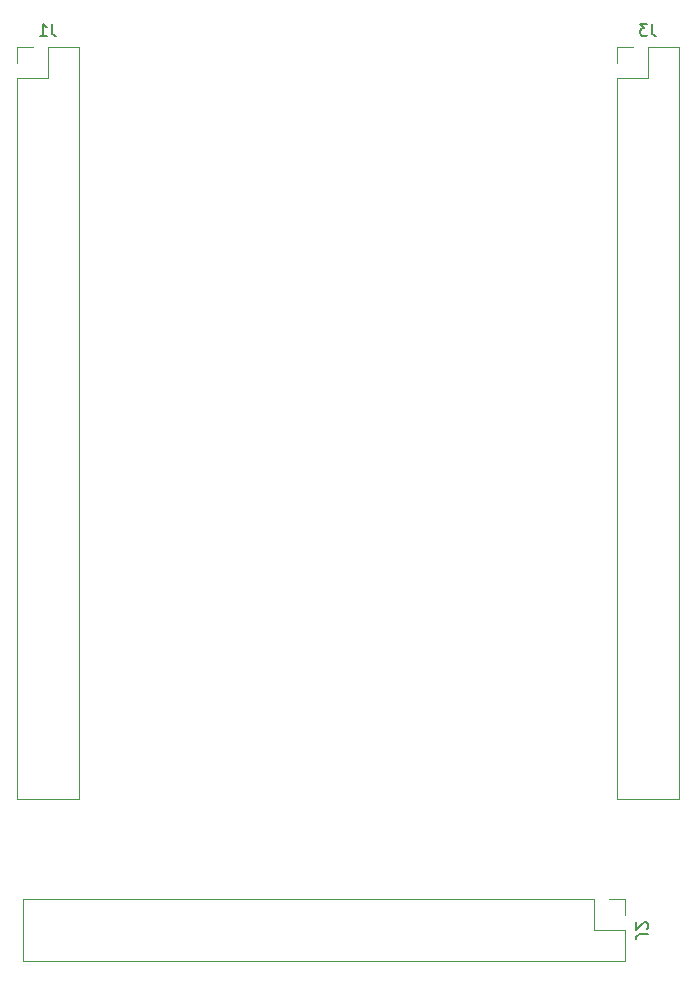
<source format=gbr>
G04 #@! TF.GenerationSoftware,KiCad,Pcbnew,(5.1.2)-2*
G04 #@! TF.CreationDate,2020-05-16T03:45:46+07:00*
G04 #@! TF.ProjectId,STM_SHIELD_V1,53544d5f-5348-4494-954c-445f56312e6b,rev?*
G04 #@! TF.SameCoordinates,Original*
G04 #@! TF.FileFunction,Legend,Bot*
G04 #@! TF.FilePolarity,Positive*
%FSLAX46Y46*%
G04 Gerber Fmt 4.6, Leading zero omitted, Abs format (unit mm)*
G04 Created by KiCad (PCBNEW (5.1.2)-2) date 2020-05-16 03:45:46*
%MOMM*%
%LPD*%
G04 APERTURE LIST*
%ADD10C,0.120000*%
%ADD11C,0.150000*%
G04 APERTURE END LIST*
D10*
X63560000Y-60138000D02*
X60960000Y-60138000D01*
X63560000Y-60138000D02*
X63560000Y-123758000D01*
X63560000Y-123758000D02*
X58360000Y-123758000D01*
X58360000Y-62738000D02*
X58360000Y-123758000D01*
X60960000Y-62738000D02*
X58360000Y-62738000D01*
X60960000Y-60138000D02*
X60960000Y-62738000D01*
X58360000Y-60138000D02*
X58360000Y-61468000D01*
X59690000Y-60138000D02*
X58360000Y-60138000D01*
X109788000Y-137474000D02*
X109788000Y-134874000D01*
X109788000Y-137474000D02*
X58868000Y-137474000D01*
X58868000Y-137474000D02*
X58868000Y-132274000D01*
X107188000Y-132274000D02*
X58868000Y-132274000D01*
X107188000Y-134874000D02*
X107188000Y-132274000D01*
X109788000Y-134874000D02*
X107188000Y-134874000D01*
X109788000Y-132274000D02*
X108458000Y-132274000D01*
X109788000Y-133604000D02*
X109788000Y-132274000D01*
X110490000Y-60138000D02*
X109160000Y-60138000D01*
X109160000Y-60138000D02*
X109160000Y-61468000D01*
X111760000Y-60138000D02*
X111760000Y-62738000D01*
X111760000Y-62738000D02*
X109160000Y-62738000D01*
X109160000Y-62738000D02*
X109160000Y-123758000D01*
X114360000Y-123758000D02*
X109160000Y-123758000D01*
X114360000Y-60138000D02*
X114360000Y-123758000D01*
X114360000Y-60138000D02*
X111760000Y-60138000D01*
D11*
X61293333Y-58150380D02*
X61293333Y-58864666D01*
X61340952Y-59007523D01*
X61436190Y-59102761D01*
X61579047Y-59150380D01*
X61674285Y-59150380D01*
X60293333Y-59150380D02*
X60864761Y-59150380D01*
X60579047Y-59150380D02*
X60579047Y-58150380D01*
X60674285Y-58293238D01*
X60769523Y-58388476D01*
X60864761Y-58436095D01*
X111775619Y-135207333D02*
X111061333Y-135207333D01*
X110918476Y-135254952D01*
X110823238Y-135350190D01*
X110775619Y-135493047D01*
X110775619Y-135588285D01*
X111680380Y-134778761D02*
X111728000Y-134731142D01*
X111775619Y-134635904D01*
X111775619Y-134397809D01*
X111728000Y-134302571D01*
X111680380Y-134254952D01*
X111585142Y-134207333D01*
X111489904Y-134207333D01*
X111347047Y-134254952D01*
X110775619Y-134826380D01*
X110775619Y-134207333D01*
X112093333Y-58150380D02*
X112093333Y-58864666D01*
X112140952Y-59007523D01*
X112236190Y-59102761D01*
X112379047Y-59150380D01*
X112474285Y-59150380D01*
X111712380Y-58150380D02*
X111093333Y-58150380D01*
X111426666Y-58531333D01*
X111283809Y-58531333D01*
X111188571Y-58578952D01*
X111140952Y-58626571D01*
X111093333Y-58721809D01*
X111093333Y-58959904D01*
X111140952Y-59055142D01*
X111188571Y-59102761D01*
X111283809Y-59150380D01*
X111569523Y-59150380D01*
X111664761Y-59102761D01*
X111712380Y-59055142D01*
M02*

</source>
